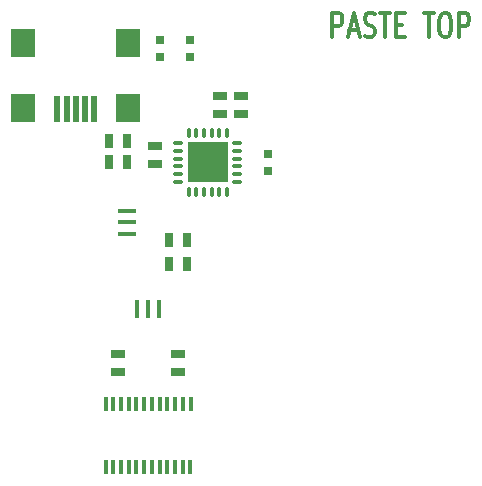
<source format=gtp>
G04 (created by PCBNEW-RS274X (2012-01-19 BZR 3256)-stable) date 12/4/2012 11:19:28 PM*
G01*
G70*
G90*
%MOIN*%
G04 Gerber Fmt 3.4, Leading zero omitted, Abs format*
%FSLAX34Y34*%
G04 APERTURE LIST*
%ADD10C,0.006000*%
%ADD11C,0.012000*%
%ADD12R,0.137800X0.137800*%
%ADD13O,0.039400X0.011800*%
%ADD14O,0.011800X0.039400*%
%ADD15R,0.079000X0.098000*%
%ADD16R,0.020000X0.091000*%
%ADD17R,0.016000X0.050000*%
%ADD18R,0.045000X0.025000*%
%ADD19R,0.025000X0.045000*%
%ADD20R,0.031400X0.031400*%
%ADD21R,0.063000X0.012000*%
%ADD22R,0.012000X0.063000*%
G04 APERTURE END LIST*
G54D10*
G54D11*
X71143Y-30824D02*
X71143Y-30024D01*
X71371Y-30024D01*
X71429Y-30062D01*
X71457Y-30100D01*
X71486Y-30176D01*
X71486Y-30290D01*
X71457Y-30367D01*
X71429Y-30405D01*
X71371Y-30443D01*
X71143Y-30443D01*
X71714Y-30595D02*
X72000Y-30595D01*
X71657Y-30824D02*
X71857Y-30024D01*
X72057Y-30824D01*
X72228Y-30786D02*
X72314Y-30824D01*
X72457Y-30824D01*
X72514Y-30786D01*
X72543Y-30748D01*
X72571Y-30671D01*
X72571Y-30595D01*
X72543Y-30519D01*
X72514Y-30481D01*
X72457Y-30443D01*
X72343Y-30405D01*
X72285Y-30367D01*
X72257Y-30329D01*
X72228Y-30252D01*
X72228Y-30176D01*
X72257Y-30100D01*
X72285Y-30062D01*
X72343Y-30024D01*
X72485Y-30024D01*
X72571Y-30062D01*
X72742Y-30024D02*
X73085Y-30024D01*
X72914Y-30824D02*
X72914Y-30024D01*
X73285Y-30405D02*
X73485Y-30405D01*
X73571Y-30824D02*
X73285Y-30824D01*
X73285Y-30024D01*
X73571Y-30024D01*
X74199Y-30024D02*
X74542Y-30024D01*
X74371Y-30824D02*
X74371Y-30024D01*
X74856Y-30024D02*
X74970Y-30024D01*
X75028Y-30062D01*
X75085Y-30138D01*
X75113Y-30290D01*
X75113Y-30557D01*
X75085Y-30710D01*
X75028Y-30786D01*
X74970Y-30824D01*
X74856Y-30824D01*
X74799Y-30786D01*
X74742Y-30710D01*
X74713Y-30557D01*
X74713Y-30290D01*
X74742Y-30138D01*
X74799Y-30062D01*
X74856Y-30024D01*
X75371Y-30824D02*
X75371Y-30024D01*
X75599Y-30024D01*
X75657Y-30062D01*
X75685Y-30100D01*
X75714Y-30176D01*
X75714Y-30290D01*
X75685Y-30367D01*
X75657Y-30405D01*
X75599Y-30443D01*
X75371Y-30443D01*
G54D12*
X67000Y-35000D03*
G54D13*
X67986Y-35640D03*
X67984Y-35384D03*
X67984Y-35128D03*
X67984Y-34872D03*
X67984Y-34616D03*
X67984Y-34360D03*
G54D14*
X67640Y-34016D03*
X67384Y-34016D03*
X67128Y-34016D03*
X66872Y-34016D03*
X66616Y-34016D03*
X66360Y-34016D03*
G54D13*
X66016Y-34360D03*
X66016Y-34616D03*
X66016Y-34872D03*
X66016Y-35128D03*
X66016Y-35384D03*
X66016Y-35640D03*
G54D14*
X66360Y-35984D03*
X66616Y-35984D03*
X66872Y-35984D03*
X67128Y-35984D03*
X67384Y-35984D03*
X67640Y-35984D03*
G54D15*
X64350Y-31020D03*
X60850Y-31020D03*
X60850Y-33190D03*
G54D16*
X63220Y-33225D03*
X61980Y-33225D03*
X62290Y-33225D03*
X62910Y-33225D03*
X62600Y-33225D03*
G54D15*
X64350Y-33190D03*
G54D17*
X63600Y-45150D03*
X63850Y-45150D03*
X64110Y-45150D03*
X64370Y-45150D03*
X64620Y-45150D03*
X64880Y-45150D03*
X65140Y-45150D03*
X65390Y-45150D03*
X65650Y-45150D03*
X65900Y-45150D03*
X66160Y-45150D03*
X66420Y-45150D03*
X66430Y-43050D03*
X66160Y-43050D03*
X65900Y-43050D03*
X65650Y-43050D03*
X65390Y-43050D03*
X65140Y-43050D03*
X64880Y-43050D03*
X64620Y-43050D03*
X64370Y-43050D03*
X64110Y-43050D03*
X63850Y-43050D03*
X63600Y-43050D03*
G54D18*
X68100Y-33400D03*
X68100Y-32800D03*
X67400Y-33400D03*
X67400Y-32800D03*
X65250Y-35050D03*
X65250Y-34450D03*
G54D19*
X65700Y-37600D03*
X66300Y-37600D03*
X65700Y-38400D03*
X66300Y-38400D03*
X63700Y-35000D03*
X64300Y-35000D03*
X63700Y-34300D03*
X64300Y-34300D03*
G54D18*
X64000Y-41400D03*
X64000Y-42000D03*
X66000Y-41400D03*
X66000Y-42000D03*
G54D20*
X69000Y-35295D03*
X69000Y-34705D03*
X65400Y-31495D03*
X65400Y-30905D03*
X66400Y-31495D03*
X66400Y-30905D03*
G54D21*
X64300Y-36626D03*
X64300Y-37000D03*
X64300Y-37374D03*
G54D22*
X65374Y-39900D03*
X65000Y-39900D03*
X64626Y-39900D03*
M02*

</source>
